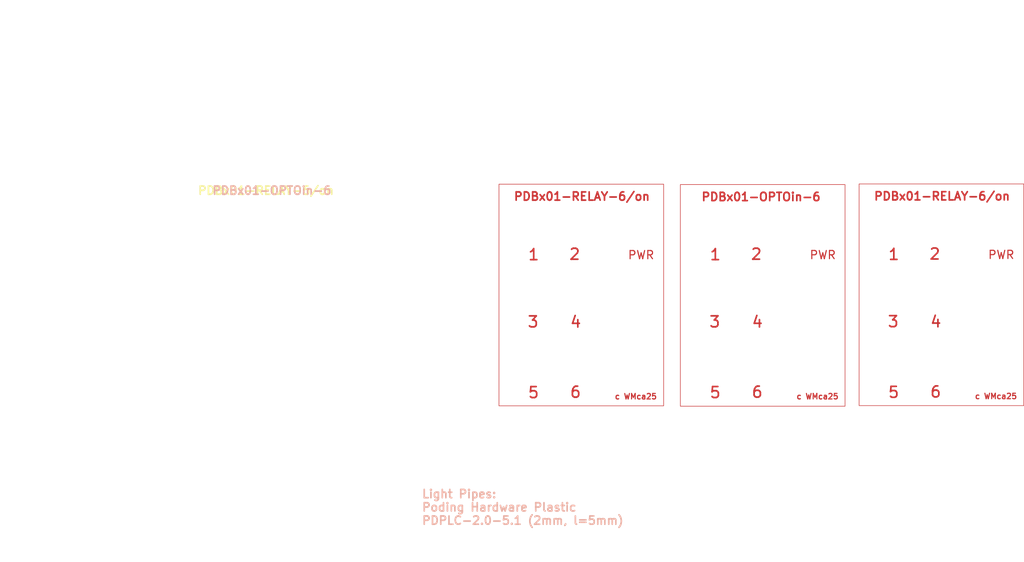
<source format=kicad_pcb>
(kicad_pcb
	(version 20241229)
	(generator "pcbnew")
	(generator_version "9.0")
	(general
		(thickness 1.6)
		(legacy_teardrops no)
	)
	(paper "A4")
	(layers
		(0 "F.Cu" signal)
		(2 "B.Cu" signal)
		(9 "F.Adhes" user "F.Adhesive")
		(11 "B.Adhes" user "B.Adhesive")
		(13 "F.Paste" user)
		(15 "B.Paste" user)
		(5 "F.SilkS" user "F.Silkscreen")
		(7 "B.SilkS" user "B.Silkscreen")
		(1 "F.Mask" user)
		(3 "B.Mask" user)
		(17 "Dwgs.User" user "User.Drawings")
		(19 "Cmts.User" user "User.Comments")
		(21 "Eco1.User" user "User.Eco1")
		(23 "Eco2.User" user "User.Eco2")
		(25 "Edge.Cuts" user)
		(27 "Margin" user)
		(31 "F.CrtYd" user "F.Courtyard")
		(29 "B.CrtYd" user "B.Courtyard")
		(35 "F.Fab" user)
		(33 "B.Fab" user)
		(39 "User.1" user)
		(41 "User.2" user)
		(43 "User.3" user)
		(45 "User.4" user)
		(47 "User.5" user)
		(49 "User.6" user)
		(51 "User.7" user)
		(53 "User.8" user)
		(55 "User.9" user)
	)
	(setup
		(pad_to_mask_clearance 0)
		(allow_soldermask_bridges_in_footprints no)
		(tenting front back)
		(pcbplotparams
			(layerselection 0x00000000_00000000_55555555_5755f5ff)
			(plot_on_all_layers_selection 0x00000000_00000000_00000000_00000000)
			(disableapertmacros no)
			(usegerberextensions no)
			(usegerberattributes yes)
			(usegerberadvancedattributes yes)
			(creategerberjobfile yes)
			(dashed_line_dash_ratio 12.000000)
			(dashed_line_gap_ratio 3.000000)
			(svgprecision 4)
			(plotframeref no)
			(mode 1)
			(useauxorigin no)
			(hpglpennumber 1)
			(hpglpenspeed 20)
			(hpglpendiameter 15.000000)
			(pdf_front_fp_property_popups yes)
			(pdf_back_fp_property_popups yes)
			(pdf_metadata yes)
			(pdf_single_document no)
			(dxfpolygonmode yes)
			(dxfimperialunits yes)
			(dxfusepcbnewfont yes)
			(psnegative no)
			(psa4output no)
			(plot_black_and_white yes)
			(sketchpadsonfab no)
			(plotpadnumbers no)
			(hidednponfab no)
			(sketchdnponfab yes)
			(crossoutdnponfab yes)
			(subtractmaskfromsilk no)
			(outputformat 1)
			(mirror no)
			(drillshape 1)
			(scaleselection 1)
			(outputdirectory "")
		)
	)
	(net 0 "")
	(gr_rect
		(start 135.1061 81.4832)
		(end 165.0711 121.8546)
		(stroke
			(width 0.1)
			(type solid)
		)
		(fill no)
		(layer "F.Cu")
		(uuid "2a995437-6e5f-401e-9288-cab09cea2fd8")
	)
	(gr_rect
		(start 200.6381 81.4397)
		(end 230.6031 121.8111)
		(stroke
			(width 0.1)
			(type solid)
		)
		(fill no)
		(layer "F.Cu")
		(uuid "380852b1-95d8-4fdd-b055-43a836063288")
	)
	(gr_rect
		(start 168.1134 81.5521)
		(end 198.0784 121.9235)
		(stroke
			(width 0.1)
			(type solid)
		)
		(fill no)
		(layer "F.Cu")
		(uuid "d0f832ef-16de-4a71-80cd-1f556239fa83")
	)
	(gr_circle
		(center 79.502 101.1428)
		(end 80.58262 101.1428)
		(stroke
			(width 0.2)
			(type solid)
		)
		(fill no)
		(layer "User.1")
		(uuid "0beedf4e-3cd4-4f98-a44f-beaaf552a946")
	)
	(gr_circle
		(center 91.44 113.8174)
		(end 93.44 113.8174)
		(stroke
			(width 0.2)
			(type default)
		)
		(fill no)
		(layer "User.1")
		(uuid "121a9966-0cdb-4fcd-bb5e-3c07875eea0c")
	)
	(gr_circle
		(center 83.947 113.8174)
		(end 85.947 113.8174)
		(stroke
			(width 0.2)
			(type default)
		)
		(fill no)
		(layer "User.1")
		(uuid "37588ea9-ada2-49f2-a030-87c0359281b2")
	)
	(gr_circle
		(center 83.8708 101.1936)
		(end 85.8708 101.1936)
		(stroke
			(width 0.2)
			(type default)
		)
		(fill no)
		(layer "User.1")
		(uuid "3d2cdba8-7c7d-49f0-a299-649e89cb3905")
	)
	(gr_circle
		(center 79.4766 113.8682)
		(end 80.55722 113.8682)
		(stroke
			(width 0.2)
			(type solid)
		)
		(fill no)
		(layer "User.1")
		(uuid "3e1dc2a6-1cf7-4b3f-8d9d-d267f3e79faa")
	)
	(gr_circle
		(center 95.6564 113.792)
		(end 96.73702 113.792)
		(stroke
			(width 0.2)
			(type solid)
		)
		(fill no)
		(layer "User.1")
		(uuid "5ef6d642-04cc-45b9-bd75-e9be3e0687f4")
	)
	(gr_circle
		(center 91.44 88.6714)
		(end 93.44 88.6714)
		(stroke
			(width 0.2)
			(type default)
		)
		(fill no)
		(layer "User.1")
		(uuid "71db07a5-e827-40ea-a065-f7fead32bbe1")
	)
	(gr_circle
		(center 103.5558 90.6526)
		(end 104.63642 90.6526)
		(stroke
			(width 0.2)
			(type solid)
		)
		(fill no)
		(layer "User.1")
		(uuid "8dd1fde6-dcee-4714-803c-94c81f7c871f")
	)
	(gr_circle
		(center 83.8462 88.661)
		(end 85.8462 88.661)
		(stroke
			(width 0.2)
			(type default)
		)
		(fill no)
		(layer "User.1")
		(uuid "92ee1bd2-86b0-45ad-a252-6e0fcfb4144a")
	)
	(gr_circle
		(center 79.502 88.6714)
		(end 80.58262 88.6714)
		(stroke
			(width 0.2)
			(type solid)
		)
		(fill no)
		(layer "User.1")
		(uuid "b3eeabb6-5db5-4bbc-ae18-e8c1bb9f308f")
	)
	(gr_circle
		(center 95.6564 101.1682)
		(end 96.73702 101.1682)
		(stroke
			(width 0.2)
			(type solid)
		)
		(fill no)
		(layer "User.1")
		(uuid "de1d3b11-7015-42c4-9702-9e27350df8f1")
	)
	(gr_circle
		(center 95.6564 88.646)
		(end 96.73702 88.646)
		(stroke
			(width 0.2)
			(type solid)
		)
		(fill no)
		(layer "User.1")
		(uuid "eab82ffc-645c-4cc2-a954-e9fd526b6be7")
	)
	(gr_circle
		(center 91.44 101.1682)
		(end 93.44 101.1682)
		(stroke
			(width 0.2)
			(type default)
		)
		(fill no)
		(layer "User.1")
		(uuid "f07c2893-587d-4a8a-a8b6-363fb6d16dbb")
	)
	(gr_line
		(start 95.6424 85.9282)
		(end 95.6564 142.0622)
		(stroke
			(width 0.1)
			(type solid)
		)
		(layer "User.2")
		(uuid "0714b625-4222-43d3-8c71-61dbd5a6a339")
	)
	(gr_line
		(start 77.8764 113.8174)
		(end 127.2032 113.7412)
		(stroke
			(width 0.1)
			(type solid)
		)
		(layer "User.2")
		(uuid "109d0834-4f7f-4b3a-915f-db9369c49edf")
	)
	(gr_rect
		(start 76.6038 79.666)
		(end 108.6038 121.666)
		(stroke
			(width 0.1)
			(type solid)
		)
		(fill no)
		(layer "User.2")
		(uuid "24e2bc0a-dd27-45ad-abe0-e6d94a0c219b")
	)
	(gr_line
		(start 100.2284 90.678)
		(end 116.332 90.678)
		(stroke
			(width 0.1)
			(type solid)
		)
		(layer "User.2")
		(uuid "5e999186-b5ab-4b64-96de-57e69e836991")
	)
	(gr_line
		(start 79.4766 123.444)
		(end 79.5 75.9576)
		(stroke
			(width 0.1)
			(type solid)
		)
		(layer "User.2")
		(uuid "66557a4e-95ac-4f3c-b392-2ecd45322a30")
	)
	(gr_line
		(start 83.8462 85.661)
		(end 83.947 133.223)
		(stroke
			(width 0.1)
			(type solid)
		)
		(layer "User.2")
		(uuid "7f4c3729-816c-43f8-9591-ecfdf429e993")
	)
	(gr_line
		(start 91.4006 85.661)
		(end 91.4146 136.2964)
		(stroke
			(width 0.1)
			(type solid)
		)
		(layer "User.2")
		(uuid "8e68a3d3-b973-49c1-84b3-ac08e1ce3cf8")
	)
	(gr_line
		(start 103.5304 150.2156)
		(end 103.5304 86.0044)
		(stroke
			(width 0.1)
			(type solid)
		)
		(layer "User.2")
		(uuid "b64415ef-3969-44d1-b5a1-b8b584cc1f5c")
	)
	(gr_line
		(start 78.3844 88.646)
		(end 112.8268 88.6206)
		(stroke
			(width 0.1)
			(type solid)
		)
		(layer "User.2")
		(uuid "bd2a6759-e415-45b8-aef5-17c3f4b19ab7")
	)
	(gr_line
		(start 77.8002 101.1682)
		(end 121.0564 101.129)
		(stroke
			(width 0.1)
			(type solid)
		)
		(layer "User.2")
		(uuid "bf041599-b3f0-4788-903f-670bb76ece1e")
	)
	(gr_rect
		(start 77.537 80.645)
		(end 107.756 120.7878)
		(stroke
			(width 0.1)
			(type solid)
		)
		(fill no)
		(layer "User.3")
		(uuid "28a1fa68-b111-46d9-afe9-04780b7eec5c")
	)
	(gr_text "4\n"
		(at 180.975 107.7468 0)
		(layer "F.Cu")
		(uuid "061aeea5-5a78-4ade-b568-513c4b3212b8")
		(effects
			(font
				(size 2 2)
				(thickness 0.3)
			)
			(justify left bottom)
		)
	)
	(gr_text "1"
		(at 205.8035 95.4424 0)
		(layer "F.Cu")
		(uuid "132e8150-d87c-4340-be9b-127b91be3c71")
		(effects
			(font
				(size 2 2)
				(thickness 0.3)
			)
			(justify left bottom)
		)
	)
	(gr_text "PWR"
		(at 158.4833 95.2573 0)
		(layer "F.Cu")
		(uuid "1463f8e3-4c41-4f72-9d0e-0b8d5ca84e9d")
		(effects
			(font
				(size 1.5 1.5)
				(thickness 0.2)
				(bold yes)
			)
			(justify left bottom)
		)
	)
	(gr_text "3\n"
		(at 173.228 107.7214 0)
		(layer "F.Cu")
		(uuid "148155f7-2ad6-43c7-b3ff-b24ad198e8b3")
		(effects
			(font
				(size 2 2)
				(thickness 0.3)
			)
			(justify left bottom)
		)
	)
	(gr_text "PDBx01-RELAY-6/on"
		(at 203.2127 84.5458 0)
		(layer "F.Cu")
		(uuid "2fdf77f1-911c-4b10-91f9-ecbb4db9f4e9")
		(effects
			(font
				(size 1.5 1.5)
				(thickness 0.3)
			)
			(justify left bottom)
		)
	)
	(gr_text "3\n"
		(at 205.7019 107.6852 0)
		(layer "F.Cu")
		(uuid "39822a91-f5a7-47e8-99b2-02b8c8fd9bcf")
		(effects
			(font
				(size 2 2)
				(thickness 0.3)
			)
			(justify left bottom)
		)
	)
	(gr_text "6"
		(at 180.9496 120.523 0)
		(layer "F.Cu")
		(uuid "48f0f9dd-0ecc-4690-a0f8-20aae4513beb")
		(effects
			(font
				(size 2 2)
				(thickness 0.3)
			)
			(justify left bottom)
		)
	)
	(gr_text "PDBx01-RELAY-6/on"
		(at 137.6807 84.5893 0)
		(layer "F.Cu")
		(uuid "495da6ab-9035-4ffe-888d-2906c85efa00")
		(effects
			(font
				(size 1.5 1.5)
				(thickness 0.3)
			)
			(justify left bottom)
		)
	)
	(gr_text "5"
		(at 205.7781 120.563 0)
		(layer "F.Cu")
		(uuid "4ca178c9-5173-4c92-9690-082f432f3f85")
		(effects
			(font
				(size 2 2)
				(thickness 0.3)
			)
			(justify left bottom)
		)
	)
	(gr_text "2\n"
		(at 213.2711 95.3662 0)
		(layer "F.Cu")
		(uuid "61b12560-1d16-42df-81f3-97367ae3ee82")
		(effects
			(font
				(size 2 2)
				(thickness 0.3)
			)
			(justify left bottom)
		)
	)
	(gr_text "4\n"
		(at 147.9169 107.7541 0)
		(layer "F.Cu")
		(uuid "620a909f-f035-4779-9245-e1f81fbced65")
		(effects
			(font
				(size 2 2)
				(thickness 0.3)
			)
			(justify left bottom)
		)
	)
	(gr_text "3\n"
		(at 140.1699 107.7287 0)
		(layer "F.Cu")
		(uuid "a7182773-38b2-48f4-9da6-d3f2eda76df1")
		(effects
			(font
				(size 2 2)
				(thickness 0.3)
			)
			(justify left bottom)
		)
	)
	(gr_text "4\n"
		(at 213.4489 107.7106 0)
		(layer "F.Cu")
		(uuid "ab4d2f9b-2655-4f3b-8a7b-7df27699bef8")
		(effects
			(font
				(size 2 2)
				(thickness 0.3)
			)
			(justify left bottom)
		)
	)
	(gr_text "c WMca25"
		(at 189.1538 120.7262 0)
		(layer "F.Cu")
		(uuid "ab50c57d-fa5e-4653-a655-0075bf6394fc")
		(effects
			(font
				(size 1 1)
				(thickness 0.2)
				(bold yes)
			)
			(justify left bottom)
		)
	)
	(gr_text "2\n"
		(at 147.7391 95.4097 0)
		(layer "F.Cu")
		(uuid "ad6f505c-5fa6-4855-b606-eb7621dd4a10")
		(effects
			(font
				(size 2 2)
				(thickness 0.3)
			)
			(justify left bottom)
		)
	)
	(gr_text "c WMca25"
		(at 156.0957 120.7335 0)
		(layer "F.Cu")
		(uuid "b2cf2031-355f-40a0-a7b0-d223198449f4")
		(effects
			(font
				(size 1 1)
				(thickness 0.2)
				(bold yes)
			)
			(justify left bottom)
		)
	)
	(gr_text "5"
		(at 140.2461 120.6065 0)
		(layer "F.Cu")
		(uuid "bd14d807-aff0-4d73-b5b8-4bee6a9afb4d")
		(effects
			(font
				(size 2 2)
				(thickness 0.3)
			)
			(justify left bottom)
		)
	)
	(gr_text "6"
		(at 213.4235 120.4868 0)
		(layer "F.Cu")
		(uuid "c57a8336-ad7b-4ca5-8069-1d950eefa84e")
		(effects
			(font
				(size 2 2)
				(thickness 0.3)
			)
			(justify left bottom)
		)
	)
	(gr_text "PWR"
		(at 224.0153 95.2138 0)
		(layer "F.Cu")
		(uuid "d0b7c8a7-fbe9-4169-98db-5ad5955bf71f")
		(effects
			(font
				(size 1.5 1.5)
				(thickness 0.2)
				(bold yes)
			)
			(justify left bottom)
		)
	)
	(gr_text "1"
		(at 173.3296 95.4786 0)
		(layer "F.Cu")
		(uuid "d4e5aac7-b269-44b2-9b8e-d75ce0e90d0e")
		(effects
			(font
				(size 2 2)
				(thickness 0.3)
			)
			(justify left bottom)
		)
	)
	(gr_text "5"
		(at 173.3042 120.5992 0)
		(layer "F.Cu")
		(uuid "e8621154-2f51-4d2f-8dc7-a139dfe472f4")
		(effects
			(font
				(size 2 2)
				(thickness 0.3)
			)
			(justify left bottom)
		)
	)
	(gr_text "6"
		(at 147.8915 120.5303 0)
		(layer "F.Cu")
		(uuid "e8cfff63-fea3-4b9b-a95c-900725b8db0b")
		(effects
			(font
				(size 2 2)
				(thickness 0.3)
			)
			(justify left bottom)
		)
	)
	(gr_text "1"
		(at 140.2715 95.4859 0)
		(layer "F.Cu")
		(uuid "eaee1aad-4f47-4b27-833e-0c68efcc805d")
		(effects
			(font
				(size 2 2)
				(thickness 0.3)
			)
			(justify left bottom)
		)
	)
	(gr_text "2\n"
		(at 180.7972 95.4024 0)
		(layer "F.Cu")
		(uuid "eb584dd3-5457-411d-9f75-79cffa8a7719")
		(effects
			(font
				(size 2 2)
				(thickness 0.3)
			)
			(justify left bottom)
		)
	)
	(gr_text "c WMca25"
		(at 221.6277 120.69 0)
		(layer "F.Cu")
		(uuid "ec09d4ca-25cc-462c-a0ec-dd62eb9bc68c")
		(effects
			(font
				(size 1 1)
				(thickness 0.2)
				(bold yes)
			)
			(justify left bottom)
		)
	)
	(gr_text "PDBx01-OPTOin-6"
		(at 171.8148 84.669 0)
		(layer "F.Cu")
		(uuid "f290fcd5-1347-4e56-b7fd-3ae4125a21ba")
		(effects
			(font
				(size 1.5 1.5)
				(thickness 0.3)
			)
			(justify left bottom)
		)
	)
	(gr_text "PWR"
		(at 191.5414 95.25 0)
		(layer "F.Cu")
		(uuid "fb7fc2e9-3a2e-4c31-8ada-1d1a361eb394")
		(effects
			(font
				(size 1.5 1.5)
				(thickness 0.2)
				(bold yes)
			)
			(justify left bottom)
		)
	)
	(gr_text "PDBx01-RELAY-6/on"
		(at 80.1878 83.5152 0)
		(layer "F.SilkS")
		(uuid "91428ad0-9e79-4842-89d0-75dfe265c7da")
		(effects
			(font
				(size 1.5 1.5)
				(thickness 0.3)
			)
			(justify left bottom)
		)
	)
	(gr_text "Light Pipes:\nPoding Hardware Plastic\nPDPLC-2.0-5.1 (2mm, l=5mm)"
		(at 120.9548 143.6116 0)
		(layer "B.SilkS")
		(uuid "01d3f782-a191-4306-b533-c7cfdfaedbe4")
		(effects
			(font
				(size 1.5 1.5)
				(thickness 0.3)
				(bold yes)
			)
			(justify left bottom)
		)
	)
	(gr_text "PDBx01-OPTOin-6"
		(at 82.804 83.5152 0)
		(layer "B.SilkS")
		(uuid "251275c9-4c21-4eb3-ba1d-a8da149be7ac")
		(effects
			(font
				(size 1.5 1.5)
				(thickness 0.3)
			)
			(justify left bottom)
		)
	)
	(gr_text "d=4"
		(at 84.0994 98.6536 0)
		(layer "User.2")
		(uuid "090e6d9e-912c-421b-bdb9-c825dcfed08c")
		(effects
			(font
				(size 1 1)
				(thickness 0.15)
			)
			(justify left bottom)
		)
	)
	(gr_text "d=2"
		(at 77.7748 116.84 0)
		(layer "User.2")
		(uuid "1096113b-ea37-489e-8690-2c7ec8bbcc02")
		(effects
			(font
				(size 1 1)
				(thickness 0.15)
			)
			(justify left bottom)
		)
	)
	(gr_text "d=2"
		(at 77.8256 91.6178 0)
		(layer "User.2")
		(uuid "14015dd5-3983-4c68-b944-a4e6662c5808")
		(effects
			(font
				(size 1 1)
				(thickness 0.15)
			)
			(justify left bottom)
		)
	)
	(gr_text "d=4"
		(at 91.5416 98.7806 0)
		(layer "User.2")
		(uuid "1c2ad15a-8949-47ea-b09a-a9fe5e664620")
		(effects
			(font
				(size 1 1)
				(thickness 0.15)
			)
			(justify left bottom)
		)
	)
	(gr_text "d=2"
		(at 104.3432 92.2782 0)
		(layer "User.2")
		(uuid "245480af-ad7b-4c10-8757-85d8d81e2f9e")
		(effects
			(font
				(size 1 1)
				(thickness 0.15)
			)
			(justify left bottom)
		)
	)
	(gr_text "d=4"
		(at 91.5924 86.5124 0)
		(layer "User.2")
		(uuid "401ed96b-bc5b-4a21-9e19-6b5604adca4d")
		(effects
			(font
				(size 1 1)
				(thickness 0.15)
			)
			(justify left bottom)
		)
	)
	(gr_text "d=4"
		(at 84.2518 86.1822 0)
		(layer "User.2")
		(uuid "5069ae16-d330-4da9-92fe-5d71e0b134f7")
		(effects
			(font
				(size 1 1)
				(thickness 0.15)
			)
			(justify left bottom)
		)
	)
	(gr_text "d=2"
		(at 95.7834 91.1606 0)
		(layer "User.2")
		(uuid "587656ec-443b-4288-8ec0-17f6770da07c")
		(effects
			(font
				(size 1 1)
				(thickness 0.15)
			)
			(justify left bottom)
		)
	)
	(gr_text "d=4"
		(at 91.5416 111.3536 0)
		(layer "User.2")
		(uuid "88af889b-9bc9-4921-8159-2b82d76853c7")
		(effects
			(font
				(size 1 1)
				(thickness 0.15)
			)
			(justify left bottom)
		)
	)
	(gr_text "d=2"
		(at 96.1644 103.5304 0)
		(layer "User.2")
		(uuid "c3c1ed69-7ee1-4630-8523-99699d35eff3")
		(effects
			(font
				(size 1 1)
				(thickness 0.15)
			)
			(justify left bottom)
		)
	)
	(gr_text "d=4"
		(at 84.0486 111.4044 0)
		(layer "User.2")
		(uuid "c608e6e9-07db-4b10-828b-8923473b86d1")
		(effects
			(font
				(size 1 1)
				(thickness 0.15)
			)
			(justify left bottom)
		)
	)
	(gr_text "d=2"
		(at 96.4438 116.0018 0)
		(layer "User.2")
		(uuid "eaccebcd-792e-451a-8055-387eec5dc8c0")
		(effects
			(font
				(size 1 1)
				(thickness 0.15)
			)
			(justify left bottom)
		)
	)
	(gr_text "d=2"
		(at 77.8764 104.14 0)
		(layer "User.2")
		(uuid "f7eb5245-6880-4624-a6e7-1deb5d4b5fb1")
		(effects
			(font
				(size 1 1)
				(thickness 0.15)
			)
			(justify left bottom)
		)
	)
	(gr_text "4\n"
		(at 90.424 106.68 0)
		(layer "User.4")
		(uuid "0421ed8f-bca2-43ad-a966-e57a8df567f6")
		(effects
			(font
				(size 2 2)
				(thickness 0.3)
			)
			(justify left bottom)
		)
	)
	(gr_text "2\n"
		(at 90.2462 94.3356 0)
		(layer "User.4")
		(uuid "227a301b-1277-47b1-a3fe-bd88e96c745a")
		(effects
			(font
				(size 2 2)
				(thickness 0.3)
			)
			(justify left bottom)
		)
	)
	(gr_text "3\n"
		(at 82.677 106.6546 0)
		(layer "User.4")
		(uuid "6ede7622-a6c2-4c79-92ad-ea997c4a16cf")
		(effects
			(font
				(size 2 2)
				(thickness 0.3)
			)
			(justify left bottom)
		)
	)
	(gr_text "c WMca25"
		(at 98.6028 119.6594 0)
		(layer "User.4")
		(uuid "7970cbb8-a06f-4221-acc1-efcf44a008c0")
		(effects
			(font
				(size 1 1)
				(thickness 0.2)
				(bold yes)
			)
			(justify left bottom)
		)
	)
	(gr_text "PWR"
		(at 100.9904 94.1832 0)
		(layer "User.4")
		(uuid "7e078dc8-60bf-4996-b2ea-0f88fe3fc506")
		(effects
			(font
				(size 1.5 1.5)
				(thickness 0.2)
				(bold yes)
			)
			(justify left bottom)
		)
	)
	(gr_text "5"
		(at 82.7532 119.5324 0)
		(layer "User.4")
		(uuid "8abd9ac1-331f-4f23-96ee-58687de5cb07")
		(effects
			(font
				(size 2 2)
				(thickness 0.3)
			)
			(justify left bottom)
		)
	)
	(gr_text "1"
		(at 82.7786 94.4118 0)
		(layer "User.4")
		(uuid "a852d222-759a-4fcd-b114-348272628a68")
		(effects
			(font
				(size 2 2)
				(thickness 0.3)
			)
			(justify left bottom)
		)
	)
	(gr_text "6"
		(at 90.3986 119.4562 0)
		(layer "User.4")
		(uuid "e9372370-196c-4789-8324-0bf4ee068dd3")
		(effects
			(font
				(size 2 2)
				(thickness 0.3)
			)
			(justify left bottom)
		)
	)
	(dimension
		(type aligned)
		(layer "User.2")
		(uuid "a9140047-68da-4697-86e5-fe597238dafb")
		(pts
			(xy 76.6038 79.666) (xy 76.6038 121.666)
		)
		(height 26.2102)
		(format
			(prefix "")
			(suffix "")
			(units 3)
			(units_format 1)
			(precision 4)
		)
		(style
			(thickness 0.1)
			(arrow_length 1.27)
			(text_position_mode 0)
			(arrow_direction outward)
			(extension_height 0.58642)
			(extension_offset 0.5)
			(keep_text_aligned yes)
		)
		(gr_text "1,6535 in"
			(at 49.2436 100.666 90)
			(layer "User.2")
			(uuid "a9140047-68da-4697-86e5-fe597238dafb")
			(effects
				(font
					(size 1 1)
					(thickness 0.15)
				)
			)
		)
	)
	(dimension
		(type aligned)
		(layer "User.2")
		(uuid "b9cbcf99-36d1-4f5e-a812-df89e4fffb8b")
		(pts
			(xy 76.6292 121.412) (xy 79.502 121.412)
		)
		(height 5.08)
		(format
			(prefix "")
			(suffix "")
			(units 3)
			(units_format 1)
			(precision 4)
		)
		(style
			(thickness 0.1)
			(arrow_length 1.27)
			(text_position_mode 2)
			(arrow_direction outward)
			(extension_height 0.58642)
			(extension_offset 0.5)
			(keep_text_aligned yes)
		)
		(gr_text "0,1131 in"
			(at 71.4248 126.3904 0)
			(layer "User.2")
			(uuid "b9cbcf99-36d1-4f5e-a812-df89e4fffb8b")
			(effects
				(font
					(size 1 1)
					(thickness 0.15)
				)
			)
		)
	)
	(dimension
		(type orthogonal)
		(layer "User.2")
		(uuid "0d6a417c-6283-419c-b489-8c698abdd913")
		(pts
			(xy 108.6038 79.666) (xy 109.1184 88.6206)
		)
		(height 3.6388)
		(orientation 1)
		(format
			(prefix "")
			(suffix "")
			(units 3)
			(units_format 1)
			(precision 4)
		)
		(style
			(thickness 0.1)
			(arrow_length 1.27)
			(text_position_mode 2)
			(arrow_direction outward)
			(extension_height 0.58642)
			(extension_offset 0.5)
			(keep_text_aligned yes)
		)
		(gr_text "0,3525 in"
			(at 110.2868 84.1248 90)
			(layer "User.2")
			(uuid "0d6a417c-6283-419c-b489-8c698abdd913")
			(effects
				(font
					(size 1 1)
					(thickness 0.15)
				)
			)
		)
	)
	(dimension
		(type orthogonal)
		(layer "User.2")
		(uuid "28475fa5-7106-4d67-a624-7622c1474e54")
		(pts
			(xy 107.883 120.991) (xy 108.6038 121.031)
		)
		(height 4.5866)
		(orientation 0)
		(format
			(prefix "")
			(suffix "")
			(units 3)
			(units_format 1)
			(precision 4)
		)
		(style
			(thickness 0.1)
			(arrow_length 1.27)
			(text_position_mode 2)
			(arrow_direction outward)
			(extension_height 0.58642)
			(extension_offset 0.5)
			(keep_text_aligned yes)
		)
		(gr_text "0,0284 in"
			(at 115.697 125.603 0)
			(layer "User.2")
			(uuid "28475fa5-7106-4d67-a624-7622c1474e54")
			(effects
				(font
					(size 1 1)
					(thickness 0.15)
				)
			)
		)
	)
	(dimension
		(type orthogonal)
		(layer "User.2")
		(uuid "2dbb84b0-3908-4053-9f5a-a6c35da94aa1")
		(pts
			(xy 122.6312 79.6544) (xy 127.2032 113.7412)
		)
		(height 4.572)
		(orientation 1)
		(format
			(prefix "")
			(suffix "")
			(units 3)
			(units_format 1)
			(precision 4)
		)
		(style
			(thickness 0.1)
			(arrow_length 1.27)
			(text_position_mode 0)
			(arrow_direction outward)
			(extension_height 0.58642)
			(extension_offset 0.5)
			(keep_text_aligned yes)
		)
		(gr_text "1,3420 in"
			(at 126.0532 96.6978 90)
			(layer "User.2")
			(uuid "2dbb84b0-3908-4053-9f5a-a6c35da94aa1")
			(effects
				(font
					(size 1 1)
					(thickness 0.15)
				)
			)
		)
	)
	(dimension
		(type orthogonal)
		(layer "User.2")
		(uuid "649fde05-d2c5-4f77-a033-feb9c603b454")
		(pts
			(xy 76.6064 127.0508) (xy 83.947 127.0254)
		)
		(height 5.1816)
		(orientation 0)
		(format
			(prefix "")
			(suffix "")
			(units 3)
			(units_format 1)
			(precision 4)
		)
		(style
			(thickness 0.1)
			(arrow_length 1.27)
			(text_position_mode 2)
			(arrow_direction outward)
			(extension_height 0.58642)
			(extension_offset 0.5)
			(keep_text_aligned yes)
		)
		(gr_text "0,2890 in"
			(at 71.628 131.953 0)
			(layer "User.2")
			(uuid "649fde05-d2c5-4f77-a033-feb9c603b454")
			(effects
				(font
					(size 1 1)
					(thickness 0.15)
				)
			)
		)
	)
	(dimension
		(type orthogonal)
		(layer "User.2")
		(uuid "6db46d15-e758-44b5-b62c-f27ef7346c38")
		(pts
			(xy 113.157 79.666) (xy 112.8268 90.6526)
		)
		(height 3.175)
		(orientation 1)
		(format
			(prefix "")
			(suffix "")
			(units 3)
			(units_format 1)
			(precision 4)
		)
		(style
			(thickness 0.1)
			(arrow_length 1.27)
			(text_position_mode 0)
			(arrow_direction outward)
			(extension_height 0.58642)
			(extension_offset 0.5)
			(keep_text_aligned yes)
		)
		(gr_text "0,4325 in"
			(at 115.182 85.1593 90)
			(layer "User.2")
			(uuid "6db46d15-e758-44b5-b62c-f27ef7346c38")
			(effects
				(font
					(size 1 1)
					(thickness 0.15)
				)
			)
		)
	)
	(dimension
		(type orthogonal)
		(layer "User.2")
		(uuid "700de645-37f7-461d-acd9-fbee158a2bff")
		(pts
			(xy 76.6064 142.0622) (xy 103.5304 142.0622)
		)
		(height 6.3754)
		(orientation 0)
		(format
			(prefix "")
			(suffix "")
			(units 3)
			(units_format 1)
			(precision 4)
		)
		(style
			(thickness 0.1)
			(arrow_length 1.27)
			(text_position_mode 2)
			(arrow_direction outward)
			(extension_height 0.58642)
			(extension_offset 0.5)
			(keep_text_aligned yes)
		)
		(gr_text "1,0600 in"
			(at 70.9676 148.1582 0)
			(layer "User.2")
			(uuid "700de645-37f7-461d-acd9-fbee158a2bff")
			(effects
				(font
					(size 1 1)
					(thickness 0.15)
				)
			)
		)
	)
	(dimension
		(type orthogonal)
		(layer "User.2")
		(uuid "863bd9ff-ddb2-41fd-9391-6cfff168b1cc")
		(pts
			(xy 76.6038 79.666) (xy 108.6038 79.666)
		)
		(height -29.7296)
		(orientation 0)
		(format
			(prefix "")
			(suffix "")
			(units 3)
			(units_format 1)
			(precision 4)
		)
		(style
			(thickness 0.1)
			(arrow_length 1.27)
			(text_position_mode 0)
			(arrow_direction outward)
			(extension_height 0.58642)
			(extension_offset 0.5)
			(keep_text_aligned yes)
		)
		(gr_text "1,2598 in"
			(at 92.6038 48.7864 0)
			(layer "User.2")
			(uuid "863bd9ff-ddb2-41fd-9391-6cfff168b1cc")
			(effects
				(font
					(size 1 1)
					(thickness 0.15)
				)
			)
		)
	)
	(dimension
		(type orthogonal)
		(layer "User.2")
		(uuid "ac4fe67e-8056-4cdf-a3f5-2d78fa9a5884")
		(pts
			(xy 117.8052 79.666) (xy 119.0498 101.1174)
		)
		(height 3.2512)
		(orientation 1)
		(format
			(prefix "")
			(suffix "")
			(units 3)
			(units_format 1)
			(precision 4)
		)
		(style
			(thickness 0.1)
			(arrow_length 1.27)
			(text_position_mode 0)
			(arrow_direction outward)
			(extension_height 0.58642)
			(extension_offset 0.5)
			(keep_text_aligned yes)
		)
		(gr_text "0,8445 in"
			(at 119.9064 90.3917 90)
			(layer "User.2")
			(uuid "ac4fe67e-8056-4cdf-a3f5-2d78fa9a5884")
			(effects
				(font
					(size 1 1)
					(thickness 0.15)
				)
			)
		)
	)
	(dimension
		(type orthogonal)
		(layer "User.2")
		(uuid "ee55f034-ed12-40ad-845b-e007dbe6081f")
		(pts
			(xy 76.6064 132.2324) (xy 91.5416 133.223)
		)
		(height 4.953)
		(orientation 0)
		(format
			(prefix "")
			(suffix "")
			(units 3)
			(units_format 1)
			(precision 4)
		)
		(style
			(thickness 0.1)
			(arrow_length 1.27)
			(text_position_mode 2)
			(arrow_direction outward)
			(extension_height 0.58642)
			(extension_offset 0.5)
			(keep_text_aligned yes)
		)
		(gr_text "0,5880 in"
			(at 70.866 137.1346 0)
			(layer "User.2")
			(uuid "ee55f034-ed12-40ad-845b-e007dbe6081f")
			(effects
				(font
					(size 1 1)
					(thickness 0.15)
				)
			)
		)
	)
	(dimension
		(type orthogonal)
		(layer "User.2")
		(uuid "f9eeaaa9-c79b-453e-adfa-50c5de615f2e")
		(pts
			(xy 76.6064 137.1854) (xy 95.6818 137.1854)
		)
		(height 4.8768)
		(orientation 0)
		(format
			(prefix "")
			(suffix "")
			(units 3)
			(units_format 1)
			(precision 4)
		)
		(style
			(thickness 0.1)
			(arrow_length 1.27)
			(text_position_mode 2)
			(arrow_direction outward)
			(extension_height 0.58642)
			(extension_offset 0.5)
			(keep_text_aligned yes)
		)
		(gr_text "0,7510 in"
			(at 70.4088 141.7828 0)
			(layer "User.2")
			(uuid "f9eeaaa9-c79b-453e-adfa-50c5de615f2e")
			(effects
				(font
					(size 1 1)
					(thickness 0.15)
				)
			)
		)
	)
	(embedded_fonts no)
)

</source>
